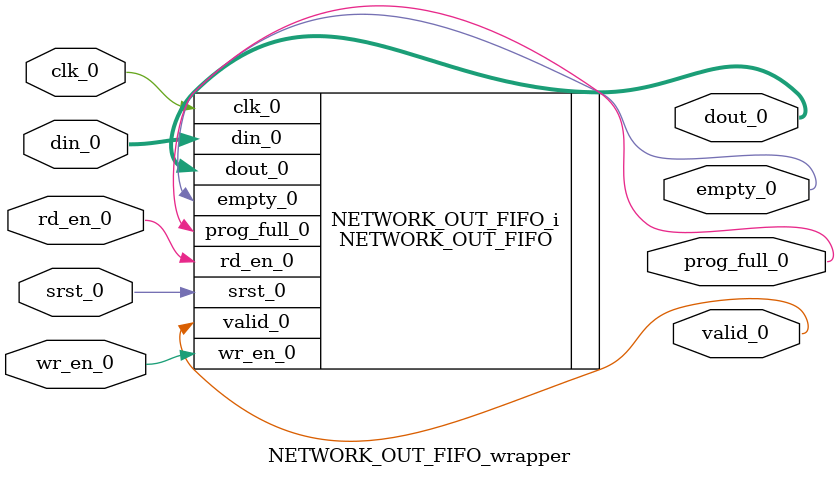
<source format=v>
`timescale 1 ps / 1 ps

module NETWORK_OUT_FIFO_wrapper
   (clk_0,
    din_0,
    dout_0,
    empty_0,
    prog_full_0,
    rd_en_0,
    srst_0,
    valid_0,
    wr_en_0);
  input clk_0;
  input [592:0]din_0;
  output [592:0]dout_0;
  output empty_0;
  output prog_full_0;
  input rd_en_0;
  input srst_0;
  output valid_0;
  input wr_en_0;

  wire clk_0;
  wire [592:0]din_0;
  wire [592:0]dout_0;
  wire empty_0;
  wire prog_full_0;
  wire rd_en_0;
  wire srst_0;
  wire valid_0;
  wire wr_en_0;

  NETWORK_OUT_FIFO NETWORK_OUT_FIFO_i
       (.clk_0(clk_0),
        .din_0(din_0),
        .dout_0(dout_0),
        .empty_0(empty_0),
        .prog_full_0(prog_full_0),
        .rd_en_0(rd_en_0),
        .srst_0(srst_0),
        .valid_0(valid_0),
        .wr_en_0(wr_en_0));
endmodule

</source>
